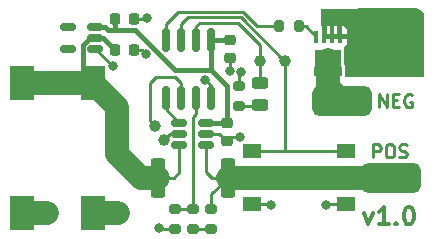
<source format=gbr>
%TF.GenerationSoftware,KiCad,Pcbnew,6.0.4-6f826c9f35~116~ubuntu21.10.1*%
%TF.CreationDate,2022-04-19T01:50:47-04:00*%
%TF.ProjectId,hotwire-lite,686f7477-6972-4652-9d6c-6974652e6b69,rev?*%
%TF.SameCoordinates,Original*%
%TF.FileFunction,Copper,L1,Top*%
%TF.FilePolarity,Positive*%
%FSLAX46Y46*%
G04 Gerber Fmt 4.6, Leading zero omitted, Abs format (unit mm)*
G04 Created by KiCad (PCBNEW 6.0.4-6f826c9f35~116~ubuntu21.10.1) date 2022-04-19 01:50:47*
%MOMM*%
%LPD*%
G01*
G04 APERTURE LIST*
G04 Aperture macros list*
%AMRoundRect*
0 Rectangle with rounded corners*
0 $1 Rounding radius*
0 $2 $3 $4 $5 $6 $7 $8 $9 X,Y pos of 4 corners*
0 Add a 4 corners polygon primitive as box body*
4,1,4,$2,$3,$4,$5,$6,$7,$8,$9,$2,$3,0*
0 Add four circle primitives for the rounded corners*
1,1,$1+$1,$2,$3*
1,1,$1+$1,$4,$5*
1,1,$1+$1,$6,$7*
1,1,$1+$1,$8,$9*
0 Add four rect primitives between the rounded corners*
20,1,$1+$1,$2,$3,$4,$5,0*
20,1,$1+$1,$4,$5,$6,$7,0*
20,1,$1+$1,$6,$7,$8,$9,0*
20,1,$1+$1,$8,$9,$2,$3,0*%
%AMFreePoly0*
4,1,21,1.372500,0.787500,0.862500,0.787500,0.862500,0.532500,1.372500,0.532500,1.372500,0.127500,0.862500,0.127500,0.862500,-0.127500,1.372500,-0.127500,1.372500,-0.532500,0.862500,-0.532500,0.862500,-0.787500,1.372500,-0.787500,1.372500,-1.195000,0.612500,-1.195000,0.612500,-1.117500,-0.862500,-1.117500,-0.862500,1.117500,0.612500,1.117500,0.612500,1.195000,1.372500,1.195000,
1.372500,0.787500,1.372500,0.787500,$1*%
G04 Aperture macros list end*
%ADD10C,0.350000*%
%TA.AperFunction,NonConductor*%
%ADD11C,0.350000*%
%TD*%
%ADD12C,0.275000*%
%TA.AperFunction,NonConductor*%
%ADD13C,0.275000*%
%TD*%
%TA.AperFunction,SMDPad,CuDef*%
%ADD14RoundRect,0.150000X-0.512500X-0.150000X0.512500X-0.150000X0.512500X0.150000X-0.512500X0.150000X0*%
%TD*%
%TA.AperFunction,SMDPad,CuDef*%
%ADD15RoundRect,0.150000X-0.150000X0.825000X-0.150000X-0.825000X0.150000X-0.825000X0.150000X0.825000X0*%
%TD*%
%TA.AperFunction,SMDPad,CuDef*%
%ADD16RoundRect,0.150000X0.512500X0.150000X-0.512500X0.150000X-0.512500X-0.150000X0.512500X-0.150000X0*%
%TD*%
%TA.AperFunction,SMDPad,CuDef*%
%ADD17C,1.000000*%
%TD*%
%TA.AperFunction,SMDPad,CuDef*%
%ADD18R,1.550000X1.300000*%
%TD*%
%TA.AperFunction,SMDPad,CuDef*%
%ADD19RoundRect,0.250000X-0.362500X-1.425000X0.362500X-1.425000X0.362500X1.425000X-0.362500X1.425000X0*%
%TD*%
%TA.AperFunction,SMDPad,CuDef*%
%ADD20RoundRect,0.200000X-0.200000X-0.275000X0.200000X-0.275000X0.200000X0.275000X-0.200000X0.275000X0*%
%TD*%
%TA.AperFunction,SMDPad,CuDef*%
%ADD21RoundRect,0.200000X0.275000X-0.200000X0.275000X0.200000X-0.275000X0.200000X-0.275000X-0.200000X0*%
%TD*%
%TA.AperFunction,SMDPad,CuDef*%
%ADD22RoundRect,0.200000X-0.275000X0.200000X-0.275000X-0.200000X0.275000X-0.200000X0.275000X0.200000X0*%
%TD*%
%TA.AperFunction,SMDPad,CuDef*%
%ADD23R,0.405000X0.990000*%
%TD*%
%TA.AperFunction,SMDPad,CuDef*%
%ADD24FreePoly0,270.000000*%
%TD*%
%TA.AperFunction,SMDPad,CuDef*%
%ADD25RoundRect,0.500000X2.000000X-0.750000X2.000000X0.750000X-2.000000X0.750000X-2.000000X-0.750000X0*%
%TD*%
%TA.AperFunction,SMDPad,CuDef*%
%ADD26R,2.000000X3.000000*%
%TD*%
%TA.AperFunction,SMDPad,CuDef*%
%ADD27RoundRect,0.243750X0.456250X-0.243750X0.456250X0.243750X-0.456250X0.243750X-0.456250X-0.243750X0*%
%TD*%
%TA.AperFunction,SMDPad,CuDef*%
%ADD28RoundRect,0.225000X0.250000X-0.225000X0.250000X0.225000X-0.250000X0.225000X-0.250000X-0.225000X0*%
%TD*%
%TA.AperFunction,SMDPad,CuDef*%
%ADD29RoundRect,0.225000X-0.225000X-0.250000X0.225000X-0.250000X0.225000X0.250000X-0.225000X0.250000X0*%
%TD*%
%TA.AperFunction,ViaPad*%
%ADD30C,1.000000*%
%TD*%
%TA.AperFunction,ViaPad*%
%ADD31C,1.500000*%
%TD*%
%TA.AperFunction,ViaPad*%
%ADD32C,0.800000*%
%TD*%
%TA.AperFunction,Conductor*%
%ADD33C,0.250000*%
%TD*%
%TA.AperFunction,Conductor*%
%ADD34C,2.000000*%
%TD*%
%TA.AperFunction,Conductor*%
%ADD35C,0.400000*%
%TD*%
G04 APERTURE END LIST*
D10*
D11*
X142357142Y-122178571D02*
X142714285Y-123178571D01*
X143071428Y-122178571D01*
X144428571Y-123178571D02*
X143571428Y-123178571D01*
X144000000Y-123178571D02*
X144000000Y-121678571D01*
X143857142Y-121892857D01*
X143714285Y-122035714D01*
X143571428Y-122107142D01*
X145071428Y-123035714D02*
X145142857Y-123107142D01*
X145071428Y-123178571D01*
X145000000Y-123107142D01*
X145071428Y-123035714D01*
X145071428Y-123178571D01*
X146071428Y-121678571D02*
X146214285Y-121678571D01*
X146357142Y-121750000D01*
X146428571Y-121821428D01*
X146500000Y-121964285D01*
X146571428Y-122250000D01*
X146571428Y-122607142D01*
X146500000Y-122892857D01*
X146428571Y-123035714D01*
X146357142Y-123107142D01*
X146214285Y-123178571D01*
X146071428Y-123178571D01*
X145928571Y-123107142D01*
X145857142Y-123035714D01*
X145785714Y-122892857D01*
X145714285Y-122607142D01*
X145714285Y-122250000D01*
X145785714Y-121964285D01*
X145857142Y-121821428D01*
X145928571Y-121750000D01*
X146071428Y-121678571D01*
D12*
D13*
X143111904Y-117497619D02*
X143111904Y-116397619D01*
X143530952Y-116397619D01*
X143635714Y-116450000D01*
X143688095Y-116502380D01*
X143740476Y-116607142D01*
X143740476Y-116764285D01*
X143688095Y-116869047D01*
X143635714Y-116921428D01*
X143530952Y-116973809D01*
X143111904Y-116973809D01*
X144421428Y-116397619D02*
X144630952Y-116397619D01*
X144735714Y-116450000D01*
X144840476Y-116554761D01*
X144892857Y-116764285D01*
X144892857Y-117130952D01*
X144840476Y-117340476D01*
X144735714Y-117445238D01*
X144630952Y-117497619D01*
X144421428Y-117497619D01*
X144316666Y-117445238D01*
X144211904Y-117340476D01*
X144159523Y-117130952D01*
X144159523Y-116764285D01*
X144211904Y-116554761D01*
X144316666Y-116450000D01*
X144421428Y-116397619D01*
X145311904Y-117445238D02*
X145469047Y-117497619D01*
X145730952Y-117497619D01*
X145835714Y-117445238D01*
X145888095Y-117392857D01*
X145940476Y-117288095D01*
X145940476Y-117183333D01*
X145888095Y-117078571D01*
X145835714Y-117026190D01*
X145730952Y-116973809D01*
X145521428Y-116921428D01*
X145416666Y-116869047D01*
X145364285Y-116816666D01*
X145311904Y-116711904D01*
X145311904Y-116607142D01*
X145364285Y-116502380D01*
X145416666Y-116450000D01*
X145521428Y-116397619D01*
X145783333Y-116397619D01*
X145940476Y-116450000D01*
D12*
D13*
X143638095Y-113247619D02*
X143638095Y-112147619D01*
X144266666Y-113247619D01*
X144266666Y-112147619D01*
X144790476Y-112671428D02*
X145157142Y-112671428D01*
X145314285Y-113247619D02*
X144790476Y-113247619D01*
X144790476Y-112147619D01*
X145314285Y-112147619D01*
X146361904Y-112200000D02*
X146257142Y-112147619D01*
X146100000Y-112147619D01*
X145942857Y-112200000D01*
X145838095Y-112304761D01*
X145785714Y-112409523D01*
X145733333Y-112619047D01*
X145733333Y-112776190D01*
X145785714Y-112985714D01*
X145838095Y-113090476D01*
X145942857Y-113195238D01*
X146100000Y-113247619D01*
X146204761Y-113247619D01*
X146361904Y-113195238D01*
X146414285Y-113142857D01*
X146414285Y-112776190D01*
X146204761Y-112776190D01*
D14*
%TO.P,U3,1*%
%TO.N,/current_sense*%
X126712500Y-114550000D03*
%TO.P,U3,2,GND*%
%TO.N,GND*%
X126712500Y-115500000D03*
%TO.P,U3,3,+*%
%TO.N,/vin*%
X126712500Y-116450000D03*
%TO.P,U3,4,-*%
%TO.N,/wire_pos*%
X128987500Y-116450000D03*
%TO.P,U3,5,REF*%
%TO.N,GND*%
X128987500Y-115500000D03*
%TO.P,U3,6,V+*%
%TO.N,+5V*%
X128987500Y-114550000D03*
%TD*%
D15*
%TO.P,U2,1,VCC*%
%TO.N,+5V*%
X129355000Y-107525000D03*
%TO.P,U2,2,PA6*%
%TO.N,/tx_led*%
X128085000Y-107525000D03*
%TO.P,U2,3,PA7*%
%TO.N,/rx_button*%
X126815000Y-107525000D03*
%TO.P,U2,4,PA1*%
%TO.N,/pwm_output*%
X125545000Y-107525000D03*
%TO.P,U2,5,PA2*%
%TO.N,/current_sense*%
X125545000Y-112475000D03*
%TO.P,U2,6,~{RESET}/PA0*%
%TO.N,/UPDI*%
X126815000Y-112475000D03*
%TO.P,U2,7,PA3*%
%TO.N,/voltage_sense*%
X128085000Y-112475000D03*
%TO.P,U2,8,GND*%
%TO.N,GND*%
X129355000Y-112475000D03*
%TD*%
D16*
%TO.P,U1,1,GND*%
%TO.N,GND*%
X119587500Y-108350000D03*
%TO.P,U1,2,VIN*%
%TO.N,/vin*%
X119587500Y-107400000D03*
%TO.P,U1,3,VOUT*%
%TO.N,+5V*%
X119587500Y-106450000D03*
%TO.P,U1,4,NC*%
%TO.N,unconnected-(U1-Pad4)*%
X117312500Y-106450000D03*
%TO.P,U1,5,NC*%
%TO.N,unconnected-(U1-Pad5)*%
X117312500Y-108350000D03*
%TD*%
D17*
%TO.P,TP3,1,1*%
%TO.N,/tx_led*%
X133550000Y-109300000D03*
%TD*%
%TO.P,TP2,1,1*%
%TO.N,/rx_button*%
X135650000Y-109300000D03*
%TD*%
%TO.P,TP1,1,1*%
%TO.N,/UPDI*%
X124650000Y-114800000D03*
%TD*%
D18*
%TO.P,SW1,1,1*%
%TO.N,/rx_button*%
X132820000Y-116950000D03*
X140780000Y-116950000D03*
%TO.P,SW1,2,2*%
%TO.N,GND*%
X132820000Y-121450000D03*
X140780000Y-121450000D03*
%TD*%
D19*
%TO.P,R6,1*%
%TO.N,/vin*%
X124887500Y-119225000D03*
%TO.P,R6,2*%
%TO.N,/wire_pos*%
X130812500Y-119225000D03*
%TD*%
D20*
%TO.P,R5,1*%
%TO.N,/pwm_output*%
X135175000Y-106400000D03*
%TO.P,R5,2*%
%TO.N,Net-(Q1-Pad4)*%
X136825000Y-106400000D03*
%TD*%
D21*
%TO.P,R4,1*%
%TO.N,Net-(D1-Pad1)*%
X131750000Y-113125000D03*
%TO.P,R4,2*%
%TO.N,GND*%
X131750000Y-111475000D03*
%TD*%
D22*
%TO.P,R3,1*%
%TO.N,/voltage_sense*%
X126300000Y-121875000D03*
%TO.P,R3,2*%
%TO.N,GND*%
X126300000Y-123525000D03*
%TD*%
D21*
%TO.P,R2,1*%
%TO.N,Net-(R1-Pad2)*%
X127850000Y-123525000D03*
%TO.P,R2,2*%
%TO.N,/voltage_sense*%
X127850000Y-121875000D03*
%TD*%
D22*
%TO.P,R1,1*%
%TO.N,/wire_pos*%
X129400000Y-121875000D03*
%TO.P,R1,2*%
%TO.N,Net-(R1-Pad2)*%
X129400000Y-123525000D03*
%TD*%
D23*
%TO.P,Q1,1,S*%
%TO.N,GND*%
X140290000Y-107265000D03*
%TO.P,Q1,2,S*%
X139630000Y-107265000D03*
%TO.P,Q1,3,S*%
X138970000Y-107265000D03*
%TO.P,Q1,4,G*%
%TO.N,Net-(Q1-Pad4)*%
X138310000Y-107265000D03*
D24*
%TO.P,Q1,5,D*%
%TO.N,/wire_neg*%
X139300000Y-109257500D03*
%TD*%
D25*
%TO.P,J3,1,Pin_1*%
%TO.N,/wire_neg*%
X140500000Y-112700000D03*
%TD*%
%TO.P,J2,1,Pin_1*%
%TO.N,/wire_pos*%
X144600000Y-119200000D03*
%TD*%
D26*
%TO.P,J1,3*%
%TO.N,GND*%
X113400000Y-122200000D03*
%TO.P,J1,2*%
X119400000Y-122200000D03*
%TO.P,J1,1*%
%TO.N,/vin*%
X119400000Y-111200000D03*
X113400000Y-111200000D03*
%TD*%
D27*
%TO.P,D1,1,K*%
%TO.N,Net-(D1-Pad1)*%
X133550000Y-113037500D03*
%TO.P,D1,2,A*%
%TO.N,/tx_led*%
X133550000Y-111162500D03*
%TD*%
D28*
%TO.P,C4,1*%
%TO.N,GND*%
X130700000Y-116125000D03*
%TO.P,C4,2*%
%TO.N,+5V*%
X130700000Y-114575000D03*
%TD*%
%TO.P,C3,1*%
%TO.N,GND*%
X130950000Y-109075000D03*
%TO.P,C3,2*%
%TO.N,+5V*%
X130950000Y-107525000D03*
%TD*%
D29*
%TO.P,C2,1*%
%TO.N,+5V*%
X121275000Y-105800000D03*
%TO.P,C2,2*%
%TO.N,GND*%
X122825000Y-105800000D03*
%TD*%
%TO.P,C1,1*%
%TO.N,/vin*%
X121275000Y-108400000D03*
%TO.P,C1,2*%
%TO.N,GND*%
X122825000Y-108400000D03*
%TD*%
D30*
%TO.N,GND*%
X125400000Y-116000000D03*
D31*
X115500000Y-122200000D03*
X121500000Y-122200000D03*
D32*
X145500000Y-109750000D03*
X143250000Y-109750000D03*
X146250000Y-108750000D03*
X142250000Y-108750000D03*
X144250000Y-108750000D03*
X145250000Y-107750000D03*
X143250000Y-107750000D03*
X146250000Y-106750000D03*
X144250000Y-106750000D03*
X145250000Y-105750000D03*
X142250000Y-106750000D03*
X143250000Y-105750000D03*
X141250000Y-105750000D03*
X139250000Y-105750000D03*
X123843599Y-108706401D03*
X131827174Y-115741472D03*
X139150000Y-121500000D03*
X134450000Y-121500000D03*
X131950000Y-110300000D03*
X130950000Y-110200000D03*
X128850000Y-110904500D03*
X121050000Y-109800000D03*
X124950000Y-123500000D03*
X123950000Y-105700000D03*
%TD*%
D33*
%TO.N,GND*%
X125900000Y-115500000D02*
X125400000Y-116000000D01*
X126712500Y-115500000D02*
X125900000Y-115500000D01*
%TO.N,Net-(Q1-Pad4)*%
X138310000Y-107265000D02*
X137445000Y-106400000D01*
X137445000Y-106400000D02*
X136825000Y-106400000D01*
%TO.N,/pwm_output*%
X132086678Y-105200960D02*
X133285718Y-106400000D01*
X133285718Y-106400000D02*
X135175000Y-106400000D01*
D34*
%TO.N,GND*%
X113400000Y-122200000D02*
X115500000Y-122200000D01*
X119400000Y-122200000D02*
X121500000Y-122200000D01*
D35*
%TO.N,/vin*%
X119587500Y-107400000D02*
X119097862Y-107400000D01*
X119097862Y-107400000D02*
X118525480Y-107972382D01*
X118525480Y-107972382D02*
X118525480Y-110325480D01*
X118525480Y-110325480D02*
X119400000Y-111200000D01*
D34*
X119400000Y-111200000D02*
X113400000Y-111200000D01*
X124887500Y-119200000D02*
X123450000Y-119200000D01*
X123450000Y-119200000D02*
X121450000Y-117200000D01*
X121450000Y-113250000D02*
X119400000Y-111200000D01*
X121450000Y-117200000D02*
X121450000Y-113250000D01*
%TO.N,/wire_neg*%
X140500000Y-112700000D02*
X139300000Y-111500000D01*
X139300000Y-111500000D02*
X139300000Y-109257500D01*
%TO.N,/wire_pos*%
X130812500Y-119225000D02*
X144575000Y-119225000D01*
X144575000Y-119225000D02*
X144600000Y-119200000D01*
D33*
%TO.N,GND*%
X123537198Y-108400000D02*
X123843599Y-108706401D01*
X122825000Y-108400000D02*
X123537198Y-108400000D01*
X131083528Y-115741472D02*
X131827174Y-115741472D01*
X130700000Y-116125000D02*
X131083528Y-115741472D01*
D35*
%TO.N,+5V*%
X121275480Y-106674520D02*
X120624520Y-106674520D01*
X122942382Y-106674520D02*
X121275480Y-106674520D01*
X121275480Y-106674520D02*
X121275480Y-105800480D01*
X121275480Y-105800480D02*
X121275000Y-105800000D01*
X129355000Y-110105000D02*
X126372862Y-110105000D01*
X120400000Y-106450000D02*
X119587500Y-106450000D01*
X126372862Y-110105000D02*
X122942382Y-106674520D01*
X120624520Y-106674520D02*
X120400000Y-106450000D01*
D33*
%TO.N,/pwm_output*%
X125545000Y-107525000D02*
X125545000Y-106205000D01*
X125545000Y-106205000D02*
X126549040Y-105200960D01*
X126549040Y-105200960D02*
X132086678Y-105200960D01*
%TO.N,/rx_button*%
X135650000Y-109300000D02*
X135550000Y-109300000D01*
X135550000Y-109300000D02*
X131900480Y-105650480D01*
X131900480Y-105650480D02*
X127399520Y-105650480D01*
X127399520Y-105650480D02*
X126815000Y-106235000D01*
X126815000Y-106235000D02*
X126815000Y-107525000D01*
%TO.N,/tx_led*%
X128150000Y-106400000D02*
X128450000Y-106100000D01*
X133550000Y-108000000D02*
X133550000Y-109300000D01*
X128450000Y-106100000D02*
X131650000Y-106100000D01*
X128085000Y-107525000D02*
X128150000Y-107460000D01*
X128150000Y-107460000D02*
X128150000Y-106400000D01*
X131650000Y-106100000D02*
X133550000Y-108000000D01*
%TO.N,/rx_button*%
X132820000Y-116950000D02*
X135700000Y-116950000D01*
X135700000Y-116950000D02*
X140780000Y-116950000D01*
X135650000Y-109300000D02*
X135650000Y-116900000D01*
X135650000Y-116900000D02*
X135700000Y-116950000D01*
%TO.N,GND*%
X139200000Y-121450000D02*
X139150000Y-121500000D01*
X140780000Y-121450000D02*
X139200000Y-121450000D01*
X134400000Y-121450000D02*
X134450000Y-121500000D01*
X132820000Y-121450000D02*
X134400000Y-121450000D01*
%TO.N,/tx_led*%
X133550000Y-111162500D02*
X133550000Y-109300000D01*
%TO.N,Net-(D1-Pad1)*%
X131750000Y-113125000D02*
X133462500Y-113125000D01*
X133462500Y-113125000D02*
X133550000Y-113037500D01*
%TO.N,GND*%
X128987500Y-115500000D02*
X130075000Y-115500000D01*
X130075000Y-115500000D02*
X130700000Y-116125000D01*
X131750000Y-110500000D02*
X131950000Y-110300000D01*
X131750000Y-111475000D02*
X131750000Y-110500000D01*
X130950000Y-109075000D02*
X130950000Y-110200000D01*
X129355000Y-111409500D02*
X128850000Y-110904500D01*
X129355000Y-112475000D02*
X129355000Y-111409500D01*
X119600000Y-108350000D02*
X121050000Y-109800000D01*
X119587500Y-108350000D02*
X119600000Y-108350000D01*
D35*
%TO.N,+5V*%
X129355000Y-110105000D02*
X130700000Y-111450000D01*
X130700000Y-111450000D02*
X130700000Y-114575000D01*
X128987500Y-114550000D02*
X130675000Y-114550000D01*
D33*
%TO.N,/UPDI*%
X126815000Y-112475000D02*
X126815000Y-111165000D01*
X126815000Y-111165000D02*
X126350000Y-110700000D01*
X124250000Y-114400000D02*
X124650000Y-114800000D01*
X126350000Y-110700000D02*
X124750000Y-110700000D01*
X124250000Y-111200000D02*
X124250000Y-114400000D01*
X124750000Y-110700000D02*
X124250000Y-111200000D01*
%TO.N,/current_sense*%
X125545000Y-112475000D02*
X125545000Y-113382500D01*
X125545000Y-113382500D02*
X126712500Y-114550000D01*
%TO.N,/voltage_sense*%
X127850000Y-121875000D02*
X127850000Y-114100000D01*
X127850000Y-114100000D02*
X128085000Y-113865000D01*
X128085000Y-113865000D02*
X128085000Y-112475000D01*
%TO.N,GND*%
X124975000Y-123525000D02*
X124950000Y-123500000D01*
X126300000Y-123525000D02*
X124975000Y-123525000D01*
%TO.N,/voltage_sense*%
X127850000Y-121875000D02*
X126300000Y-121875000D01*
%TO.N,Net-(R1-Pad2)*%
X129400000Y-123525000D02*
X127850000Y-123525000D01*
%TO.N,/wire_pos*%
X130812500Y-119200000D02*
X129400000Y-120612500D01*
X129400000Y-120612500D02*
X129400000Y-121875000D01*
X130812500Y-119200000D02*
X129450000Y-119200000D01*
X129450000Y-119200000D02*
X128987500Y-118737500D01*
X128987500Y-118737500D02*
X128987500Y-116450000D01*
%TO.N,/vin*%
X124887500Y-119200000D02*
X126250000Y-119200000D01*
X126250000Y-119200000D02*
X126712500Y-118737500D01*
X126712500Y-118737500D02*
X126712500Y-116450000D01*
D35*
X121275000Y-108400000D02*
X120275000Y-107400000D01*
X120275000Y-107400000D02*
X119587500Y-107400000D01*
D33*
%TO.N,GND*%
X123850000Y-105800000D02*
X123950000Y-105700000D01*
X122825000Y-105800000D02*
X123850000Y-105800000D01*
D35*
%TO.N,+5V*%
X129355000Y-107525000D02*
X129355000Y-110105000D01*
X130950000Y-107525000D02*
X129355000Y-107525000D01*
%TD*%
%TA.AperFunction,Conductor*%
%TO.N,GND*%
G36*
X146687785Y-104877987D02*
G01*
X146687830Y-104877987D01*
X146700000Y-104880408D01*
X146712174Y-104877986D01*
X146719056Y-104877986D01*
X146731406Y-104878593D01*
X146776321Y-104883017D01*
X146833871Y-104888685D01*
X146858093Y-104893503D01*
X146974951Y-104928951D01*
X146997759Y-104938398D01*
X147105456Y-104995964D01*
X147125992Y-105009686D01*
X147220383Y-105087150D01*
X147237850Y-105104617D01*
X147315314Y-105199008D01*
X147329035Y-105219542D01*
X147386602Y-105327241D01*
X147396049Y-105350049D01*
X147419930Y-105428774D01*
X147431497Y-105466905D01*
X147436315Y-105491129D01*
X147446407Y-105593590D01*
X147447014Y-105605944D01*
X147447014Y-105612826D01*
X147444592Y-105625000D01*
X147447013Y-105637171D01*
X147447013Y-105637174D01*
X147447079Y-105637504D01*
X147449500Y-105662085D01*
X147449500Y-110574000D01*
X147429498Y-110642121D01*
X147375842Y-110688614D01*
X147323500Y-110700000D01*
X140876408Y-110700000D01*
X140808287Y-110679998D01*
X140761794Y-110626342D01*
X140750408Y-110574000D01*
X140750408Y-109870000D01*
X140730966Y-109772260D01*
X140694142Y-109717148D01*
X140672908Y-109647147D01*
X140672908Y-108395000D01*
X140653466Y-108297260D01*
X140646572Y-108286942D01*
X140641823Y-108275477D01*
X140643205Y-108274904D01*
X140626115Y-108220321D01*
X140644899Y-108151854D01*
X140694892Y-108105807D01*
X140721713Y-108092141D01*
X140737556Y-108080630D01*
X140813130Y-108005056D01*
X140824641Y-107989213D01*
X140873164Y-107893982D01*
X140879216Y-107875355D01*
X140891725Y-107796373D01*
X140892500Y-107786527D01*
X140892500Y-107485615D01*
X140888025Y-107470376D01*
X140886635Y-107469171D01*
X140878952Y-107467500D01*
X138893500Y-107467500D01*
X138825379Y-107447498D01*
X138778886Y-107393842D01*
X138767500Y-107341500D01*
X138767500Y-107044385D01*
X139172500Y-107044385D01*
X139176975Y-107059624D01*
X139178365Y-107060829D01*
X139186048Y-107062500D01*
X139409385Y-107062500D01*
X139424624Y-107058025D01*
X139425829Y-107056635D01*
X139427500Y-107048952D01*
X139427500Y-107044385D01*
X139832500Y-107044385D01*
X139836975Y-107059624D01*
X139838365Y-107060829D01*
X139846048Y-107062500D01*
X140069385Y-107062500D01*
X140084624Y-107058025D01*
X140085829Y-107056635D01*
X140087500Y-107048952D01*
X140087500Y-107044385D01*
X140492500Y-107044385D01*
X140496975Y-107059624D01*
X140498365Y-107060829D01*
X140506048Y-107062500D01*
X140874384Y-107062500D01*
X140889623Y-107058025D01*
X140890828Y-107056635D01*
X140892499Y-107048952D01*
X140892499Y-106743475D01*
X140891724Y-106733626D01*
X140879217Y-106654649D01*
X140873162Y-106636014D01*
X140824641Y-106540787D01*
X140813130Y-106524944D01*
X140737556Y-106449370D01*
X140721713Y-106437859D01*
X140626482Y-106389336D01*
X140607855Y-106383284D01*
X140528873Y-106370775D01*
X140519027Y-106370000D01*
X140510615Y-106370000D01*
X140495376Y-106374475D01*
X140494171Y-106375865D01*
X140492500Y-106383548D01*
X140492500Y-107044385D01*
X140087500Y-107044385D01*
X140087500Y-106388116D01*
X140083025Y-106372877D01*
X140081635Y-106371672D01*
X140073952Y-106370001D01*
X140060975Y-106370001D01*
X140051126Y-106370776D01*
X139979710Y-106382086D01*
X139940291Y-106382086D01*
X139868873Y-106370775D01*
X139859027Y-106370000D01*
X139850615Y-106370000D01*
X139835376Y-106374475D01*
X139834171Y-106375865D01*
X139832500Y-106383548D01*
X139832500Y-107044385D01*
X139427500Y-107044385D01*
X139427500Y-106388116D01*
X139423025Y-106372877D01*
X139421635Y-106371672D01*
X139413952Y-106370001D01*
X139400975Y-106370001D01*
X139391126Y-106370776D01*
X139319710Y-106382086D01*
X139280291Y-106382086D01*
X139208873Y-106370775D01*
X139199027Y-106370000D01*
X139190615Y-106370000D01*
X139175376Y-106374475D01*
X139174171Y-106375865D01*
X139172500Y-106383548D01*
X139172500Y-107044385D01*
X138767500Y-107044385D01*
X138767500Y-106388116D01*
X138763025Y-106372877D01*
X138743488Y-106355948D01*
X138705104Y-106296222D01*
X138700000Y-106260723D01*
X138700000Y-105017249D01*
X138720002Y-104949128D01*
X138773658Y-104902635D01*
X138825748Y-104891249D01*
X144750036Y-104879400D01*
X146663036Y-104875574D01*
X146687785Y-104877987D01*
G37*
%TD.AperFunction*%
%TD*%
M02*

</source>
